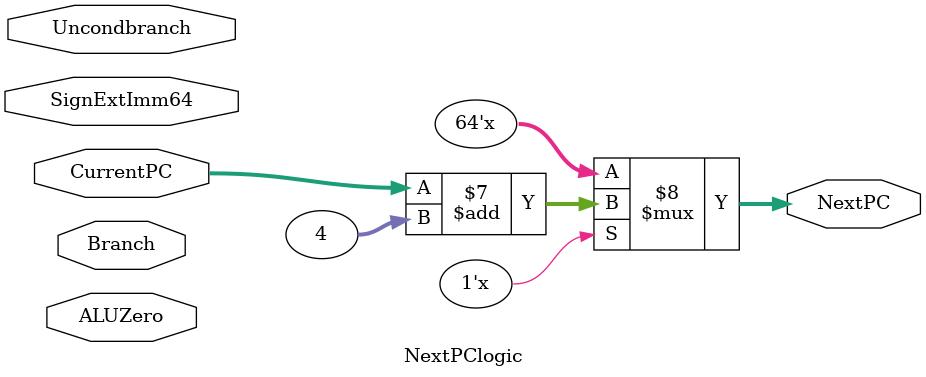
<source format=v>
module NextPClogic(NextPC, CurrentPC, SignExtImm64, Branch, ALUZero, Uncondbranch);

    //declaring ports
    input [63:0] CurrentPC, SignExtImm64;
    input Branch, ALUZero, Uncondbranch;
    output reg [63:0] NextPC;

    //internal variable
    reg mux;

    always @(*)
        begin

            //mutiplexers have delay of #1
            //mux gate logic for PC addressing
            mux <= #1 Uncondbranch | (Branch & ALUZero);

            if(mux)
                begin
                    //ADD has delay of #2
                    NextPC <= #2 CurrentPC + (SignExtImm64 << 2);
                end

            else if(~mux)
                begin
                    //ADDI has delay of #1
                    NextPC <= #1 CurrentPC + 4;
                end
        end
endmodule

</source>
